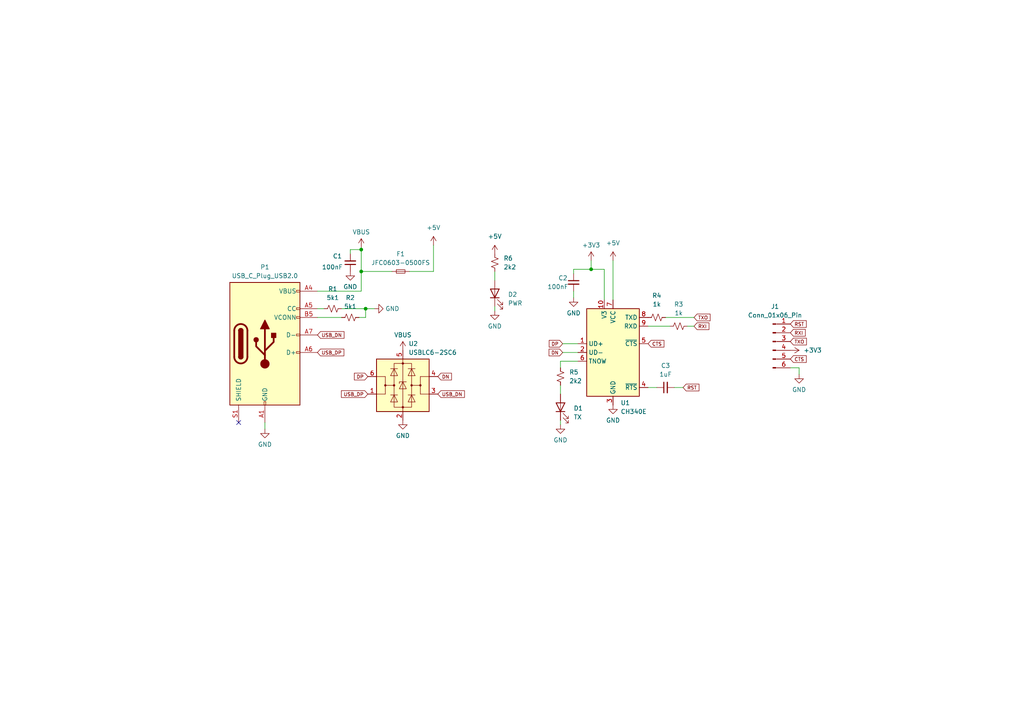
<source format=kicad_sch>
(kicad_sch (version 20230121) (generator eeschema)
  (paper "A4")
  (title_block (title "CH340E USB UART") (date "2024-05-23") (rev "1.0"))
  (lib_symbols
    (symbol "Connector:Conn_01x06_Pin" (pin_names (offset 1.016) hide)
      (property "Reference" "J" (at 0 7.62 0))
      (property "Value" "Conn_01x06_Pin" (at 0 -10.16 0))
      (symbol "Conn_01x06_Pin_1_1"
        (polyline (pts (xy 1.27 -7.62) (xy 0.8636 -7.62)) (stroke (width 0.1524)))
        (polyline (pts (xy 1.27 -5.08) (xy 0.8636 -5.08)) (stroke (width 0.1524)))
        (polyline (pts (xy 1.27 -2.54) (xy 0.8636 -2.54)) (stroke (width 0.1524)))
        (polyline (pts (xy 1.27 0) (xy 0.8636 0)) (stroke (width 0.1524)))
        (polyline (pts (xy 1.27 2.54) (xy 0.8636 2.54)) (stroke (width 0.1524)))
        (polyline (pts (xy 1.27 5.08) (xy 0.8636 5.08)) (stroke (width 0.1524)))
        (rectangle (start 0.8636 -7.493) (end 0 -7.747) (stroke (width 0.1524)) (fill (type outline)))
        (rectangle (start 0.8636 -4.953) (end 0 -5.207) (stroke (width 0.1524)) (fill (type outline)))
        (rectangle (start 0.8636 -2.413) (end 0 -2.667) (stroke (width 0.1524)) (fill (type outline)))
        (rectangle (start 0.8636 0.127) (end 0 -0.127) (stroke (width 0.1524)) (fill (type outline)))
        (rectangle (start 0.8636 2.667) (end 0 2.413) (stroke (width 0.1524)) (fill (type outline)))
        (rectangle (start 0.8636 5.207) (end 0 4.953) (stroke (width 0.1524)) (fill (type outline)))
        (pin passive line (at 5.08 5.08 180) (length 3.81) (name "Pin_1") (number "1"))
        (pin passive line (at 5.08 2.54 180) (length 3.81) (name "Pin_2") (number "2"))
        (pin passive line (at 5.08 0 180) (length 3.81) (name "Pin_3") (number "3"))
        (pin passive line (at 5.08 -2.54 180) (length 3.81) (name "Pin_4") (number "4"))
        (pin passive line (at 5.08 -5.08 180) (length 3.81) (name "Pin_5") (number "5"))
        (pin passive line (at 5.08 -7.62 180) (length 3.81) (name "Pin_6") (number "6"))
      )
    )
    (symbol "Connector:USB_C_Plug_USB2.0" (pin_names (offset 1.016))
      (property "Reference" "P" (at -10.16 19.05 0))
      (property "Value" "USB_C_Plug_USB2.0" (at 12.7 19.05 0))
      (symbol "USB_C_Plug_USB2.0_0_0"
        (rectangle (start -0.254 -17.78) (end 0.254 -16.764))
        (rectangle (start 10.16 -2.286) (end 9.144 -2.794))
        (rectangle (start 10.16 2.794) (end 9.144 2.286))
        (rectangle (start 10.16 7.874) (end 9.144 7.366))
        (rectangle (start 10.16 10.414) (end 9.144 9.906))
        (rectangle (start 10.16 15.494) (end 9.144 14.986))
      )
      (symbol "USB_C_Plug_USB2.0_0_1"
        (rectangle (start -10.16 17.78) (end 10.16 -17.78) (stroke (width 0.254)) (fill (type background)))
        (arc (start -8.89 -3.81) (mid -6.985 -5.7067) (end -5.08 -3.81) (stroke (width 0.508)))
        (arc (start -7.62 -3.81) (mid -6.985 -4.4423) (end -6.35 -3.81) (stroke (width 0.254)))
        (arc (start -7.62 -3.81) (mid -6.985 -4.4423) (end -6.35 -3.81) (stroke (width 0.254)) (fill (type outline)))
        (rectangle (start -7.62 -3.81) (end -6.35 3.81) (stroke (width 0.254)) (fill (type outline)))
        (arc (start -6.35 3.81) (mid -6.985 4.4423) (end -7.62 3.81) (stroke (width 0.254)))
        (arc (start -6.35 3.81) (mid -6.985 4.4423) (end -7.62 3.81) (stroke (width 0.254)) (fill (type outline)))
        (arc (start -5.08 3.81) (mid -6.985 5.7067) (end -8.89 3.81) (stroke (width 0.508)))
        (circle (center -2.54 1.143) (radius 0.635) (stroke (width 0.254)) (fill (type outline)))
        (circle (center 0 -5.842) (radius 1.27) (fill (type outline)))
        (polyline (pts (xy -8.89 -3.81) (xy -8.89 3.81)) (stroke (width 0.508)))
        (polyline (pts (xy -5.08 3.81) (xy -5.08 -3.81)) (stroke (width 0.508)))
        (polyline (pts (xy 0 -5.842) (xy 0 4.318)) (stroke (width 0.508)))
        (polyline (pts (xy 0 -3.302) (xy -2.54 -0.762) (xy -2.54 0.508)) (stroke (width 0.508)))
        (polyline (pts (xy 0 -2.032) (xy 2.54 0.508) (xy 2.54 1.778)) (stroke (width 0.508)))
        (polyline (pts (xy -1.27 4.318) (xy 0 6.858) (xy 1.27 4.318) (xy -1.27 4.318)) (stroke (width 0.254)) (fill (type outline)))
        (rectangle (start 1.905 1.778) (end 3.175 3.048) (stroke (width 0.254)) (fill (type outline)))
      )
      (symbol "USB_C_Plug_USB2.0_1_1"
        (pin passive line (at 0 -22.86 90) (length 5.08) (name "GND") (number "A1"))
        (pin passive line (at 0 -22.86 90) (length 5.08) hide (name "GND") (number "A12"))
        (pin passive line (at 15.24 15.24 180) (length 5.08) (name "VBUS") (number "A4"))
        (pin bidirectional line (at 15.24 10.16 180) (length 5.08) (name "CC") (number "A5"))
        (pin bidirectional line (at 15.24 -2.54 180) (length 5.08) (name "D+") (number "A6"))
        (pin bidirectional line (at 15.24 2.54 180) (length 5.08) (name "D-") (number "A7"))
        (pin passive line (at 15.24 15.24 180) (length 5.08) hide (name "VBUS") (number "A9"))
        (pin passive line (at 0 -22.86 90) (length 5.08) hide (name "GND") (number "B1"))
        (pin passive line (at 0 -22.86 90) (length 5.08) hide (name "GND") (number "B12"))
        (pin passive line (at 15.24 15.24 180) (length 5.08) hide (name "VBUS") (number "B4"))
        (pin bidirectional line (at 15.24 7.62 180) (length 5.08) (name "VCONN") (number "B5"))
        (pin passive line (at 15.24 15.24 180) (length 5.08) hide (name "VBUS") (number "B9"))
        (pin passive line (at -7.62 -22.86 90) (length 5.08) (name "SHIELD") (number "S1"))
      )
    )
    (symbol "Device:C_Small" (pin_numbers hide) (pin_names (offset 0.254) hide)
      (property "Reference" "C" (at 0.254 1.778 0))
      (property "Value" "C_Small" (at 0.254 -2.032 0))
      (symbol "C_Small_0_1"
        (polyline (pts (xy -1.524 -0.508) (xy 1.524 -0.508)) (stroke (width 0.3302)))
        (polyline (pts (xy -1.524 0.508) (xy 1.524 0.508)) (stroke (width 0.3048)))
      )
      (symbol "C_Small_1_1"
        (pin passive line (at 0 2.54 270) (length 2.032) (name "~") (number "1"))
        (pin passive line (at 0 -2.54 90) (length 2.032) (name "~") (number "2"))
      )
    )
    (symbol "Device:Fuse_Small" (pin_numbers hide) (pin_names (offset 0.254) hide)
      (property "Reference" "F" (at 0 -1.524 0))
      (property "Value" "Fuse_Small" (at 0 1.524 0))
      (symbol "Fuse_Small_0_1"
        (rectangle (start -1.27 0.508) (end 1.27 -0.508))
        (polyline (pts (xy -1.27 0) (xy 1.27 0)))
      )
      (symbol "Fuse_Small_1_1"
        (pin passive line (at -2.54 0 0) (length 1.27) (name "~") (number "1"))
        (pin passive line (at 2.54 0 180) (length 1.27) (name "~") (number "2"))
      )
    )
    (symbol "Device:LED" (pin_numbers hide) (pin_names (offset 1.016) hide)
      (property "Reference" "D" (at 0 2.54 0))
      (property "Value" "LED" (at 0 -2.54 0))
      (symbol "LED_0_1"
        (polyline (pts (xy -1.27 -1.27) (xy -1.27 1.27)) (stroke (width 0.254)))
        (polyline (pts (xy -1.27 0) (xy 1.27 0)))
        (polyline (pts (xy 1.27 -1.27) (xy 1.27 1.27) (xy -1.27 0) (xy 1.27 -1.27)) (stroke (width 0.254)))
        (polyline (pts (xy -3.048 -0.762) (xy -4.572 -2.286) (xy -3.81 -2.286) (xy -4.572 -2.286) (xy -4.572 -1.524)))
        (polyline (pts (xy -1.778 -0.762) (xy -3.302 -2.286) (xy -2.54 -2.286) (xy -3.302 -2.286) (xy -3.302 -1.524)))
      )
      (symbol "LED_1_1"
        (pin passive line (at -3.81 0 0) (length 2.54) (name "K") (number "1"))
        (pin passive line (at 3.81 0 180) (length 2.54) (name "A") (number "2"))
      )
    )
    (symbol "Device:R_Small_US" (pin_numbers hide) (pin_names (offset 0.254) hide)
      (property "Reference" "R" (at 0.762 0.508 0))
      (property "Value" "R_Small_US" (at 0.762 -1.016 0))
      (symbol "R_Small_US_1_1"
        (polyline (pts (xy 0 0) (xy 1.016 -0.381) (xy 0 -0.762) (xy -1.016 -1.143) (xy 0 -1.524)))
        (polyline (pts (xy 0 1.524) (xy 1.016 1.143) (xy 0 0.762) (xy -1.016 0.381) (xy 0 0)))
        (pin passive line (at 0 2.54 270) (length 1.016) (name "~") (number "1"))
        (pin passive line (at 0 -2.54 90) (length 1.016) (name "~") (number "2"))
      )
    )
    (symbol "Interface_USB:CH340E"
      (property "Reference" "U" (at -5.08 13.97 0))
      (property "Value" "CH340E" (at 1.27 13.97 0))
      (symbol "CH340E_0_1"
        (rectangle (start -7.62 12.7) (end 7.62 -12.7) (stroke (width 0.254)) (fill (type background)))
      )
      (symbol "CH340E_1_1"
        (pin bidirectional line (at -10.16 2.54 0) (length 2.54) (name "UD+") (number "1"))
        (pin passive line (at -2.54 15.24 270) (length 2.54) (name "V3") (number "10"))
        (pin bidirectional line (at -10.16 0 0) (length 2.54) (name "UD-") (number "2"))
        (pin power_in line (at 0 -15.24 90) (length 2.54) (name "GND") (number "3"))
        (pin output line (at 10.16 -10.16 180) (length 2.54) (name "~{RTS}") (number "4"))
        (pin input line (at 10.16 2.54 180) (length 2.54) (name "~{CTS}") (number "5"))
        (pin output line (at -10.16 -2.54 0) (length 2.54) (name "TNOW") (number "6"))
        (pin power_in line (at 0 15.24 270) (length 2.54) (name "VCC") (number "7"))
        (pin output line (at 10.16 10.16 180) (length 2.54) (name "TXD") (number "8"))
        (pin input line (at 10.16 7.62 180) (length 2.54) (name "RXD") (number "9"))
      )
    )
    (symbol "Power_Protection:USBLC6-2SC6" (pin_names hide)
      (property "Reference" "U" (at 2.54 8.89 0))
      (property "Value" "USBLC6-2SC6" (at 2.54 -8.89 0))
      (symbol "USBLC6-2SC6_0_1"
        (rectangle (start -7.62 -7.62) (end 7.62 7.62) (stroke (width 0.254)) (fill (type background)))
        (circle (center -5.08 0) (radius 0.254) (fill (type outline)))
        (circle (center -2.54 0) (radius 0.254) (fill (type outline)))
        (rectangle (start -2.54 6.35) (end 2.54 -6.35))
        (circle (center 0 -6.35) (radius 0.254) (fill (type outline)))
        (polyline (pts (xy -5.08 -2.54) (xy -7.62 -2.54)))
        (polyline (pts (xy -5.08 0) (xy -5.08 -2.54)))
        (polyline (pts (xy -5.08 2.54) (xy -7.62 2.54)))
        (polyline (pts (xy -1.524 -2.794) (xy -3.556 -2.794)))
        (polyline (pts (xy -1.524 4.826) (xy -3.556 4.826)))
        (polyline (pts (xy 0 -7.62) (xy 0 -6.35)))
        (polyline (pts (xy 0 -6.35) (xy 0 1.27)))
        (polyline (pts (xy 0 1.27) (xy 0 6.35)))
        (polyline (pts (xy 0 6.35) (xy 0 7.62)))
        (polyline (pts (xy 1.524 -2.794) (xy 3.556 -2.794)))
        (polyline (pts (xy 1.524 4.826) (xy 3.556 4.826)))
        (polyline (pts (xy 5.08 -2.54) (xy 7.62 -2.54)))
        (polyline (pts (xy 5.08 0) (xy 5.08 -2.54)))
        (polyline (pts (xy 5.08 2.54) (xy 7.62 2.54)))
        (polyline (pts (xy -2.54 0) (xy -5.08 0) (xy -5.08 2.54)))
        (polyline (pts (xy 2.54 0) (xy 5.08 0) (xy 5.08 2.54)))
        (polyline (pts (xy -3.556 -4.826) (xy -1.524 -4.826) (xy -2.54 -2.794) (xy -3.556 -4.826)))
        (polyline (pts (xy -3.556 2.794) (xy -1.524 2.794) (xy -2.54 4.826) (xy -3.556 2.794)))
        (polyline (pts (xy -1.016 -1.016) (xy 1.016 -1.016) (xy 0 1.016) (xy -1.016 -1.016)))
        (polyline (pts (xy 1.016 1.016) (xy 0.762 1.016) (xy -1.016 1.016) (xy -1.016 0.508)))
        (polyline (pts (xy 3.556 -4.826) (xy 1.524 -4.826) (xy 2.54 -2.794) (xy 3.556 -4.826)))
        (polyline (pts (xy 3.556 2.794) (xy 1.524 2.794) (xy 2.54 4.826) (xy 3.556 2.794)))
        (circle (center 0 6.35) (radius 0.254) (fill (type outline)))
        (circle (center 2.54 0) (radius 0.254) (fill (type outline)))
        (circle (center 5.08 0) (radius 0.254) (fill (type outline)))
      )
      (symbol "USBLC6-2SC6_1_1"
        (pin passive line (at -10.16 -2.54 0) (length 2.54) (name "I/O1") (number "1"))
        (pin passive line (at 0 -10.16 90) (length 2.54) (name "GND") (number "2"))
        (pin passive line (at 10.16 -2.54 180) (length 2.54) (name "I/O2") (number "3"))
        (pin passive line (at 10.16 2.54 180) (length 2.54) (name "I/O2") (number "4"))
        (pin passive line (at 0 10.16 270) (length 2.54) (name "VBUS") (number "5"))
        (pin passive line (at -10.16 2.54 0) (length 2.54) (name "I/O1") (number "6"))
      )
    )
    (symbol "power:+3V3" (power) (pin_names (offset 0))
      (property "Value" "+3V3" (at 0 3.556 0))
      (symbol "+3V3_0_1"
        (polyline (pts (xy -0.762 1.27) (xy 0 2.54)))
        (polyline (pts (xy 0 0) (xy 0 2.54)))
        (polyline (pts (xy 0 2.54) (xy 0.762 1.27)))
      )
      (symbol "+3V3_1_1"
        (pin power_in line (at 0 0 90) (length 0) hide (name "+3V3") (number "1"))
      )
    )
    (symbol "power:+5V" (power) (pin_names (offset 0))
      (property "Value" "+5V" (at 0 3.556 0))
      (symbol "+5V_0_1"
        (polyline (pts (xy -0.762 1.27) (xy 0 2.54)))
        (polyline (pts (xy 0 0) (xy 0 2.54)))
        (polyline (pts (xy 0 2.54) (xy 0.762 1.27)))
      )
      (symbol "+5V_1_1"
        (pin power_in line (at 0 0 90) (length 0) hide (name "+5V") (number "1"))
      )
    )
    (symbol "power:GND" (power) (pin_names (offset 0))
      (property "Value" "GND" (at 0 -3.81 0))
      (symbol "GND_0_1"
        (polyline (pts (xy 0 0) (xy 0 -1.27) (xy 1.27 -1.27) (xy 0 -2.54) (xy -1.27 -1.27) (xy 0 -1.27)))
      )
      (symbol "GND_1_1"
        (pin power_in line (at 0 0 270) (length 0) hide (name "GND") (number "1"))
      )
    )
    (symbol "power:VBUS" (power) (pin_names (offset 0))
      (property "Value" "VBUS" (at 0 3.81 0))
      (symbol "VBUS_0_1"
        (polyline (pts (xy -0.762 1.27) (xy 0 2.54)))
        (polyline (pts (xy 0 0) (xy 0 2.54)))
        (polyline (pts (xy 0 2.54) (xy 0.762 1.27)))
      )
      (symbol "VBUS_1_1"
        (pin power_in line (at 0 0 90) (length 0) hide (name "VBUS") (number "1"))
      )
    )
  )
  (junction (at 171.45 78.105))
  (junction (at 106.045 89.535))
  (junction (at 104.775 78.74))
  (junction (at 104.775 72.39))
  (no_connect (at 69.215 122.555))
  (wire (pts (xy 163.195 102.235) (xy 167.64 102.235)))
  (wire (pts (xy 190.5 112.395) (xy 187.96 112.395)))
  (wire (pts (xy 99.06 92.075) (xy 92.075 92.075)))
  (wire (pts (xy 118.745 78.74) (xy 125.73 78.74)))
  (wire (pts (xy 162.56 104.775) (xy 162.56 106.68)))
  (wire (pts (xy 104.775 72.39) (xy 101.6 72.39)))
  (wire (pts (xy 177.8 75.565) (xy 177.8 86.995)))
  (wire (pts (xy 104.775 78.74) (xy 104.775 72.39)))
  (wire (pts (xy 143.51 78.74) (xy 143.51 81.28)))
  (wire (pts (xy 166.37 86.36) (xy 166.37 84.455)))
  (wire (pts (xy 194.31 94.615) (xy 187.96 94.615)))
  (wire (pts (xy 104.775 72.39) (xy 104.775 71.755)))
  (wire (pts (xy 175.26 86.995) (xy 175.26 78.105)))
  (wire (pts (xy 199.39 94.615) (xy 201.295 94.615)))
  (wire (pts (xy 93.98 89.535) (xy 92.075 89.535)))
  (wire (pts (xy 162.56 123.19) (xy 162.56 121.92)))
  (wire (pts (xy 104.775 84.455) (xy 104.775 78.74)))
  (wire (pts (xy 175.26 78.105) (xy 171.45 78.105)))
  (wire (pts (xy 106.045 92.075) (xy 106.045 89.535)))
  (wire (pts (xy 99.06 89.535) (xy 106.045 89.535)))
  (wire (pts (xy 171.45 78.105) (xy 166.37 78.105)))
  (wire (pts (xy 101.6 72.39) (xy 101.6 73.66)))
  (wire (pts (xy 104.775 78.74) (xy 113.665 78.74)))
  (wire (pts (xy 167.64 104.775) (xy 162.56 104.775)))
  (wire (pts (xy 195.58 112.395) (xy 198.12 112.395)))
  (wire (pts (xy 171.45 75.565) (xy 171.45 78.105)))
  (wire (pts (xy 229.235 106.68) (xy 231.775 106.68)))
  (wire (pts (xy 166.37 78.105) (xy 166.37 79.375)))
  (wire (pts (xy 92.075 84.455) (xy 104.775 84.455)))
  (wire (pts (xy 106.045 89.535) (xy 108.585 89.535)))
  (wire (pts (xy 143.51 88.9) (xy 143.51 90.17)))
  (wire (pts (xy 163.195 99.695) (xy 167.64 99.695)))
  (wire (pts (xy 162.56 111.76) (xy 162.56 114.3)))
  (wire (pts (xy 104.14 92.075) (xy 106.045 92.075)))
  (wire (pts (xy 193.04 92.075) (xy 201.295 92.075)))
  (wire (pts (xy 125.73 71.12) (xy 125.73 78.74)))
  (wire (pts (xy 76.835 124.46) (xy 76.835 122.555)))
  (wire (pts (xy 231.775 106.68) (xy 231.775 108.585)))
  (global_label "DP" (shape input) (at 163.195 99.695 180) (effects (font (size 1 1))) (property "Intersheetrefs" "${INTERSHEET_REFS}" (effects hide)))
  (global_label "USB_DN" (shape input) (at 127 114.3 0) (effects (font (size 1 1))) (property "Intersheetrefs" "${INTERSHEET_REFS}" (effects hide)))
  (global_label "RST" (shape input) (at 229.235 93.98 0) (effects (font (size 1 1))) (property "Intersheetrefs" "${INTERSHEET_REFS}" (effects hide)))
  (global_label "USB_DN" (shape input) (at 92.075 97.155 0) (effects (font (size 1 1))) (property "Intersheetrefs" "${INTERSHEET_REFS}" (effects hide)))
  (global_label "CTS" (shape input) (at 229.235 104.14 0) (effects (font (size 1 1))) (property "Intersheetrefs" "${INTERSHEET_REFS}" (effects hide)))
  (global_label "TXO" (shape input) (at 229.235 99.06 0) (effects (font (size 1 1))) (property "Intersheetrefs" "${INTERSHEET_REFS}" (effects hide)))
  (global_label "RXI" (shape input) (at 229.235 96.52 0) (effects (font (size 1 1))) (property "Intersheetrefs" "${INTERSHEET_REFS}" (effects hide)))
  (global_label "USB_DP" (shape input) (at 106.68 114.3 180) (effects (font (size 1 1))) (property "Intersheetrefs" "${INTERSHEET_REFS}" (effects hide)))
  (global_label "CTS" (shape input) (at 187.96 99.695 0) (effects (font (size 1 1))) (property "Intersheetrefs" "${INTERSHEET_REFS}" (effects hide)))
  (global_label "DN" (shape input) (at 127 109.22 0) (effects (font (size 1 1))) (property "Intersheetrefs" "${INTERSHEET_REFS}" (effects hide)))
  (global_label "RST" (shape input) (at 198.12 112.395 0) (effects (font (size 1 1))) (property "Intersheetrefs" "${INTERSHEET_REFS}" (effects hide)))
  (global_label "DP" (shape input) (at 106.68 109.22 180) (effects (font (size 1 1))) (property "Intersheetrefs" "${INTERSHEET_REFS}" (effects hide)))
  (global_label "DN" (shape input) (at 163.195 102.235 180) (effects (font (size 1 1))) (property "Intersheetrefs" "${INTERSHEET_REFS}" (effects hide)))
  (global_label "TXO" (shape input) (at 201.295 92.075 0) (effects (font (size 1 1))) (property "Intersheetrefs" "${INTERSHEET_REFS}" (effects hide)))
  (global_label "RXI" (shape input) (at 201.295 94.615 0) (effects (font (size 1 1))) (property "Intersheetrefs" "${INTERSHEET_REFS}" (effects hide)))
  (global_label "USB_DP" (shape input) (at 92.075 102.235 0) (effects (font (size 1 1))) (property "Intersheetrefs" "${INTERSHEET_REFS}" (effects hide)))
  (symbol (lib_id "power:GND") (at 162.56 123.19 0) (unit 1)
    (property "Reference" "#PWR04" (effects hide))
    (property "Value" "GND" (at 162.56 127.635 0))
  )
  (symbol (lib_id "Device:R_Small_US") (at 96.52 89.535 90) (unit 1)
    (property "Reference" "R1" (at 96.52 83.82 90))
    (property "Value" "5k1" (at 96.52 86.36 90))
    (property "Footprint" "Resistor_SMD:R_0603_1608Metric" (effects hide))
  )
  (symbol (lib_id "power:GND") (at 166.37 86.36 0) (unit 1)
    (property "Reference" "#PWR05" (effects hide))
    (property "Value" "GND" (at 166.37 90.805 0))
  )
  (symbol (lib_id "Interface_USB:CH340E") (at 177.8 102.235 0) (unit 1)
    (property "Reference" "U1" (at 179.9941 116.84 0) (effects (justify left)))
    (property "Value" "CH340E" (at 179.9941 119.38 0) (effects (justify left)))
    (property "Footprint" "Package_SO:MSOP-10_3x3mm_P0.5mm" (effects hide))
    (property "Datasheet" "https://www.mpja.com/download/35227cpdata.pdf" (effects hide))
  )
  (symbol (lib_id "power:GND") (at 143.51 90.17 0) (unit 1)
    (property "Reference" "#PWR012" (effects hide))
    (property "Value" "GND" (at 143.51 94.615 0))
  )
  (symbol (lib_id "Device:R_Small_US") (at 196.85 94.615 270) (unit 1)
    (property "Reference" "R3" (at 196.85 88.265 90))
    (property "Value" "1k" (at 196.85 90.805 90))
    (property "Footprint" "Resistor_SMD:R_0603_1608Metric" (effects hide))
  )
  (symbol (lib_id "Connector:Conn_01x06_Pin") (at 224.155 99.06 0) (unit 1)
    (property "Reference" "J1" (at 224.79 88.9 0))
    (property "Value" "Conn_01x06_Pin" (at 224.79 91.44 0))
    (property "Footprint" "Connector_PinHeader_2.54mm:PinHeader_1x06_P2.54mm_Vertical" (effects hide))
  )
  (symbol (lib_id "power:GND") (at 116.84 121.92 0) (unit 1)
    (property "Reference" "#PWR011" (effects hide))
    (property "Value" "GND" (at 116.84 126.365 0))
  )
  (symbol (lib_id "power:+5V") (at 177.8 75.565 0) (unit 1)
    (property "Reference" "#PWR09" (effects hide))
    (property "Value" "+5V" (at 177.8 70.485 0))
  )
  (symbol (lib_id "power:+3V3") (at 171.45 75.565 0) (unit 1)
    (property "Reference" "#PWR015" (effects hide))
    (property "Value" "+3V3" (at 171.45 71.12 0))
  )
  (symbol (lib_id "Device:LED") (at 162.56 118.11 90) (unit 1)
    (property "Reference" "D1" (at 166.37 118.4275 90) (effects (justify right)))
    (property "Value" "TX" (at 166.37 120.9675 90) (effects (justify right)))
    (property "Footprint" "LED_SMD:LED_0603_1608Metric" (effects hide))
  )
  (symbol (lib_id "power:+5V") (at 143.51 73.66 0) (unit 1)
    (property "Reference" "#PWR013" (effects hide))
    (property "Value" "+5V" (at 143.51 68.58 0))
  )
  (symbol (lib_id "power:VBUS") (at 104.775 71.755 0) (unit 1)
    (property "Reference" "#PWR03" (effects hide))
    (property "Value" "VBUS" (at 104.775 67.31 0))
  )
  (symbol (lib_id "Power_Protection:USBLC6-2SC6") (at 116.84 111.76 0) (unit 1)
    (property "Reference" "U2" (at 118.4911 99.695 0) (effects (justify left)))
    (property "Value" "USBLC6-2SC6" (at 118.4911 102.235 0) (effects (justify left)))
    (property "Footprint" "Package_TO_SOT_SMD:SOT-23-6" (effects hide))
    (property "Datasheet" "https://www.st.com/resource/en/datasheet/usblc6-2.pdf" (effects hide))
  )
  (symbol (lib_id "Device:C_Small") (at 193.04 112.395 90) (unit 1)
    (property "Reference" "C3" (at 193.0463 106.045 90))
    (property "Value" "1uF" (at 193.0463 108.585 90))
    (property "Footprint" "Capacitor_SMD:C_0603_1608Metric" (effects hide))
  )
  (symbol (lib_id "power:+3V3") (at 229.235 101.6 270) (unit 1)
    (property "Reference" "#PWR016" (effects hide))
    (property "Value" "+3V3" (at 233.045 101.6 90) (effects (justify left)))
  )
  (symbol (lib_id "Device:LED") (at 143.51 85.09 90) (unit 1)
    (property "Reference" "D2" (at 147.32 85.4075 90) (effects (justify right)))
    (property "Value" "PWR" (at 147.32 87.9475 90) (effects (justify right)))
    (property "Footprint" "LED_SMD:LED_0603_1608Metric" (effects hide))
  )
  (symbol (lib_id "Connector:USB_C_Plug_USB2.0") (at 76.835 99.695 0) (unit 1)
    (property "Reference" "P1" (at 76.835 77.47 0))
    (property "Value" "USB_C_Plug_USB2.0" (at 76.835 80.01 0))
    (property "Footprint" "Connector_USB:USB_C_Receptacle_G-Switch_GT-USB-7010ASV" (effects hide))
    (property "Datasheet" "https://www.usb.org/sites/default/files/documents/usb_type-c.zip" (effects hide))
  )
  (symbol (lib_id "power:GND") (at 231.775 108.585 0) (unit 1)
    (property "Reference" "#PWR014" (effects hide))
    (property "Value" "GND" (at 231.775 113.03 0))
  )
  (symbol (lib_id "power:GND") (at 108.585 89.535 90) (unit 1)
    (property "Reference" "#PWR01" (effects hide))
    (property "Value" "GND" (at 111.76 89.535 90) (effects (justify right)))
  )
  (symbol (lib_id "Device:R_Small_US") (at 190.5 92.075 270) (unit 1)
    (property "Reference" "R4" (at 190.5 85.725 90))
    (property "Value" "1k" (at 190.5 88.265 90))
    (property "Footprint" "Resistor_SMD:R_0603_1608Metric" (effects hide))
  )
  (symbol (lib_id "power:GND") (at 76.835 124.46 0) (unit 1)
    (property "Reference" "#PWR02" (effects hide))
    (property "Value" "GND" (at 76.835 128.905 0))
  )
  (symbol (lib_id "Device:C_Small") (at 166.37 81.915 0) (unit 1)
    (property "Reference" "C2" (at 161.925 80.645 0) (effects (justify left)))
    (property "Value" "100nF" (at 158.75 83.185 0) (effects (justify left)))
    (property "Footprint" "Capacitor_SMD:C_0603_1608Metric" (effects hide))
  )
  (symbol (lib_id "power:+5V") (at 125.73 71.12 0) (unit 1)
    (property "Reference" "#PWR07" (effects hide))
    (property "Value" "+5V" (at 125.73 66.04 0))
  )
  (symbol (lib_id "Device:R_Small_US") (at 101.6 92.075 90) (unit 1)
    (property "Reference" "R2" (at 101.6 86.36 90))
    (property "Value" "5k1" (at 101.6 88.9 90))
    (property "Footprint" "Resistor_SMD:R_0603_1608Metric" (effects hide))
  )
  (symbol (lib_id "power:GND") (at 177.8 117.475 0) (unit 1)
    (property "Reference" "#PWR08" (effects hide))
    (property "Value" "GND" (at 177.8 121.92 0))
  )
  (symbol (lib_id "Device:R_Small_US") (at 143.51 76.2 0) (unit 1)
    (property "Reference" "R6" (at 146.05 74.93 0) (effects (justify left)))
    (property "Value" "2k2" (at 146.05 77.47 0) (effects (justify left)))
    (property "Footprint" "Resistor_SMD:R_0603_1608Metric" (effects hide))
  )
  (symbol (lib_id "Device:C_Small") (at 101.6 76.2 180) (unit 1)
    (property "Reference" "C1" (at 96.52 74.295 0) (effects (justify right)))
    (property "Value" "100nF" (at 93.345 77.47 0) (effects (justify right)))
    (property "Footprint" "Capacitor_SMD:C_0603_1608Metric" (effects hide))
  )
  (symbol (lib_id "power:GND") (at 101.6 78.74 0) (unit 1)
    (property "Reference" "#PWR06" (effects hide))
    (property "Value" "GND" (at 101.6 83.185 0))
  )
  (symbol (lib_id "Device:R_Small_US") (at 162.56 109.22 0) (unit 1)
    (property "Reference" "R5" (at 165.1 107.95 0) (effects (justify left)))
    (property "Value" "2k2" (at 165.1 110.49 0) (effects (justify left)))
    (property "Footprint" "Resistor_SMD:R_0603_1608Metric" (effects hide))
  )
  (symbol (lib_id "Device:Fuse_Small") (at 116.205 78.74 0) (unit 1)
    (property "Reference" "F1" (at 116.205 73.66 0))
    (property "Value" "JFC0603-0500FS" (at 116.205 76.2 0))
    (property "Footprint" "Fuse:Fuse_0603_1608Metric" (effects hide))
    (property "Datasheet" "https://www.lcsc.com/datasheet/lcsc_datasheet_2305151205_Shenzhen-JDT-Fuse-JFC0603-0500FS_C136327.pdf" (effects hide))
  )
  (symbol (lib_id "power:VBUS") (at 116.84 101.6 0) (unit 1)
    (property "Reference" "#PWR010" (effects hide))
    (property "Value" "VBUS" (at 116.84 97.155 0))
  )
)
</source>
